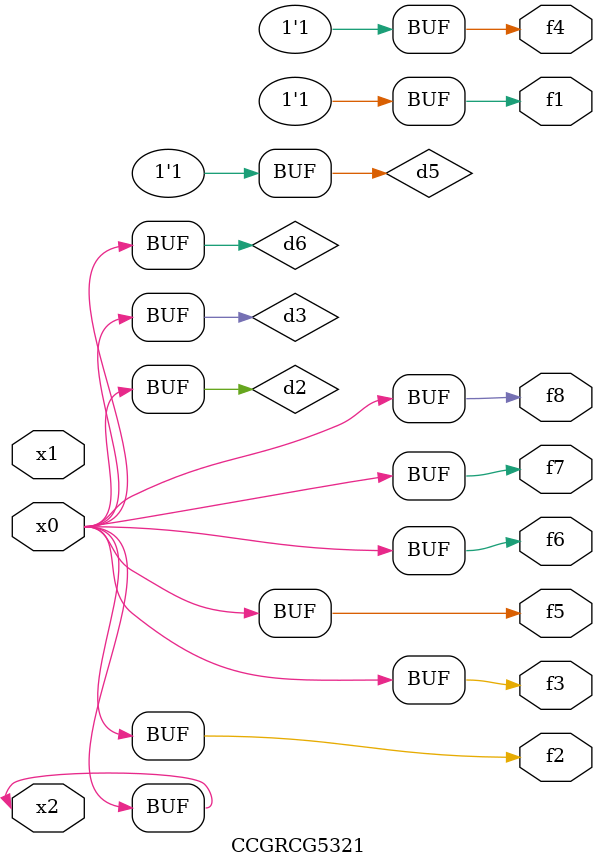
<source format=v>
module CCGRCG5321(
	input x0, x1, x2,
	output f1, f2, f3, f4, f5, f6, f7, f8
);

	wire d1, d2, d3, d4, d5, d6;

	xnor (d1, x2);
	buf (d2, x0, x2);
	and (d3, x0);
	xnor (d4, x1, x2);
	nand (d5, d1, d3);
	buf (d6, d2, d3);
	assign f1 = d5;
	assign f2 = d6;
	assign f3 = d6;
	assign f4 = d5;
	assign f5 = d6;
	assign f6 = d6;
	assign f7 = d6;
	assign f8 = d6;
endmodule

</source>
